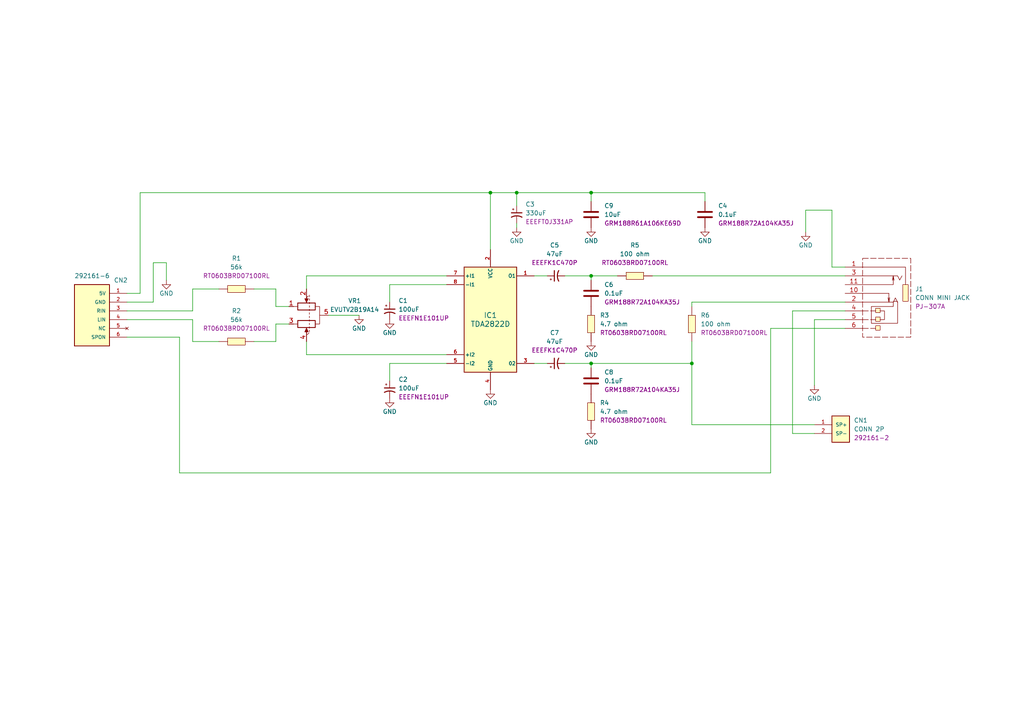
<source format=kicad_sch>
(kicad_sch (version 20230121) (generator eeschema)
  (paper "A4")
  (title_block (rev "A") (company "Retro Solutions Ltd") (comment 1 "https://www.retrosolutions.co.uk"))
  (lib_symbols
    (symbol "292161-2:292161-2" (pin_names (offset 1.016))
      (property "Reference" "CN" (at -1.27 6.35 0))
      (property "Value" "CONN 2P" (at -3.81 -5.08 0))
      (property "Manufacturer_Part_Number" "292161-2" (at 0 -6.35 0))
      (symbol "292161-2_0_0"
        (rectangle (start -2.54 5.08) (end 2.54 -2.54) (stroke (width 0.254)) (fill (type background)))
      )
      (symbol "292161-2_1_0"
        (pin passive line (at -7.62 2.54 0) (length 5.08) (name "SP+") (number "1"))
        (pin passive line (at -7.62 0 0) (length 5.08) (name "SP-") (number "2"))
      )
    )
    (symbol "292161-6:292161-6" (pin_names (offset 1.016))
      (property "Reference" "CN" (at 5.588 -8.89 0))
      (property "Value" "292161-6" (at -5.08 10.16 0))
      (symbol "292161-6_0_0"
        (rectangle (start 5.08 -8.89) (end -5.08 8.89) (stroke (width 0.254)) (fill (type background)))
      )
      (symbol "292161-6_1_0"
        (pin passive line (at 10.16 6.35 180) (length 5.08) (name "5V") (number "1"))
        (pin passive line (at 10.16 3.81 180) (length 5.08) (name "GND") (number "2"))
        (pin passive line (at 10.16 1.27 180) (length 5.08) (name "RIN") (number "3"))
        (pin passive line (at 10.16 -1.27 180) (length 5.08) (name "LIN") (number "4"))
        (pin no_connect line (at 10.16 -3.81 180) (length 5.08) (name "NC") (number "5"))
        (pin passive line (at 10.16 -6.35 180) (length 5.08) (name "SPON") (number "6"))
      )
    )
    (symbol "EEEFK1C470P:EEEFK1C470P" (pin_numbers hide) (pin_names hide)
      (property "Reference" "C" (at -1.27 6.35 0))
      (property "Value" "47uF" (at -2.54 3.81 0))
      (property "Manufacturer_Part_Number" "EEEFK1C470P" (at 8.89 -796.19 0))
      (symbol "EEEFK1C470P_0_1"
        (polyline (pts (xy -1.524 -1.27) (xy -1.524 -0.762)))
        (polyline (pts (xy -1.27 -1.016) (xy -1.778 -1.016)))
        (polyline (pts (xy -0.508 -1.524) (xy -0.508 1.524)) (stroke (width 0.3048)))
        (arc (start 0.762 1.524) (mid 0.3734 0) (end 0.762 -1.524) (stroke (width 0.3048)))
      )
      (symbol "EEEFK1C470P_1_1"
        (pin passive line (at -2.54 0 0) (length 2.032) (name "~") (number "1"))
        (pin passive line (at 2.54 0 180) (length 2.032) (name "~") (number "2"))
      )
    )
    (symbol "EEEFN1E101UP:EEEFN1E101UP" (pin_numbers hide) (pin_names hide)
      (property "Reference" "C" (at -1.27 6.35 0))
      (property "Value" "100uF" (at -2.54 3.81 0))
      (property "Manufacturer_Part_Number" "EEEFN1E101UP" (at 8.89 -796.19 0))
      (symbol "EEEFN1E101UP_0_1"
        (polyline (pts (xy -1.524 -1.27) (xy -1.524 -0.762)))
        (polyline (pts (xy -1.27 -1.016) (xy -1.778 -1.016)))
        (polyline (pts (xy -0.508 -1.524) (xy -0.508 1.524)) (stroke (width 0.3048)))
        (arc (start 0.762 1.524) (mid 0.3734 0) (end 0.762 -1.524) (stroke (width 0.3048)))
      )
      (symbol "EEEFN1E101UP_1_1"
        (pin passive line (at -2.54 0 0) (length 2.032) (name "~") (number "1"))
        (pin passive line (at 2.54 0 180) (length 2.032) (name "~") (number "2"))
      )
    )
    (symbol "EEEFT0J331AP:EEEFT0J331AP" (pin_numbers hide) (pin_names hide)
      (property "Reference" "C" (at -1.27 6.35 0))
      (property "Value" "330uF" (at -2.54 3.81 0))
      (property "Manufacturer_Part_Number" "EEEFT0J331AP" (at -6.35 -3.81 0))
      (symbol "EEEFT0J331AP_0_1"
        (polyline (pts (xy -1.524 -1.27) (xy -1.524 -0.762)))
        (polyline (pts (xy -1.27 -1.016) (xy -1.778 -1.016)))
        (polyline (pts (xy -0.508 -1.524) (xy -0.508 1.524)) (stroke (width 0.3048)))
        (arc (start 0.762 1.524) (mid 0.3734 0) (end 0.762 -1.524) (stroke (width 0.3048)))
      )
      (symbol "EEEFT0J331AP_1_1"
        (pin passive line (at -2.54 0 0) (length 2.032) (name "~") (number "1"))
        (pin passive line (at 2.54 0 180) (length 2.032) (name "~") (number "2"))
      )
    )
    (symbol "EVUTV2B19A14:EVUTV2B19A14" (pin_names (offset 1.016) hide)
      (property "Reference" "VR" (at 0 -13.97 0))
      (property "Value" "EVUTV2B19A14" (at 1.27 -11.43 0))
      (symbol "EVUTV2B19A14_0_1"
        (rectangle (start -8.89 -1.524) (end -3.81 -3.556) (stroke (width 0.254)))
        (rectangle (start -3.81 -8.636) (end -8.89 -6.604) (stroke (width 0.254)))
        (polyline (pts (xy -10.16 -7.62) (xy -8.89 -7.62)))
        (polyline (pts (xy -10.16 -2.54) (xy -8.89 -2.54)))
        (polyline (pts (xy -6.35 -10.16) (xy -6.35 -9.144)))
        (polyline (pts (xy -6.35 -10.16) (xy -6.35 -9.144)))
        (polyline (pts (xy -6.35 0) (xy -6.35 -1.016)))
        (polyline (pts (xy -6.35 0) (xy -6.35 -1.016)))
        (polyline (pts (xy -6.35 0) (xy -5.842 0.508)))
        (polyline (pts (xy -6.1337 -10.7006) (xy -5.6257 -10.1926)))
        (polyline (pts (xy -5.5094 -9.3837) (xy -5.5094 -9.8917)))
        (polyline (pts (xy -5.5094 -8.3677) (xy -5.5094 -8.8757)))
        (polyline (pts (xy -5.5094 -7.3517) (xy -5.5094 -7.8597)))
        (polyline (pts (xy -5.5094 -6.3357) (xy -5.5094 -6.8437)))
        (polyline (pts (xy -5.5094 -5.3197) (xy -5.5094 -5.8277)))
        (polyline (pts (xy -5.5094 -4.3037) (xy -5.5094 -4.8117)))
        (polyline (pts (xy -5.5094 -3.2877) (xy -5.5094 -3.7957)))
        (polyline (pts (xy -5.4928 -2.794) (xy -5.4928 -2.286)))
        (polyline (pts (xy -5.4928 -1.778) (xy -5.4928 -1.27)))
        (polyline (pts (xy -5.4928 -0.762) (xy -5.4928 -0.254)))
        (polyline (pts (xy -5.4928 0.254) (xy -5.4928 0.762)))
        (polyline (pts (xy -1.27 -5.08) (xy -2.54 -5.08)))
        (polyline (pts (xy -6.35 -8.763) (xy -5.842 -9.906) (xy -6.858 -9.906) (xy -6.35 -8.763)) (fill (type outline)))
        (polyline (pts (xy -6.35 -1.397) (xy -6.858 -0.254) (xy -5.842 -0.254) (xy -6.35 -1.397)) (fill (type outline)))
        (polyline (pts (xy -3.81 -2.54) (xy -2.54 -2.54) (xy -2.54 -5.08) (xy -2.54 -7.62) (xy -3.81 -7.62)))
      )
      (symbol "EVUTV2B19A14_1_1"
        (pin passive line (at -11.43 -2.54 0) (length 1.27) (name "1") (number "1"))
        (pin passive line (at -6.35 2.54 270) (length 2.54) (name "2") (number "2"))
        (pin passive line (at -11.43 -7.62 0) (length 1.27) (name "3") (number "3"))
        (pin passive line (at -6.35 -12.7 90) (length 2.54) (name "4") (number "4"))
        (pin passive line (at 0 -5.08 180) (length 1.27) (name "5") (number "5"))
      )
    )
    (symbol "GRM188R61A106KE69D:GRM188R61A106KE69D" (pin_numbers hide)
      (property "Reference" "C" (at 0 6.35 0))
      (property "Value" "10uF" (at 0 3.81 0))
      (property "Manufacturer_Part_Number" "GRM188R61A106KE69D" (at 0 -3.81 0))
      (symbol "GRM188R61A106KE69D_0_1"
        (polyline (pts (xy -0.762 -2.032) (xy -0.762 2.032)) (stroke (width 0.508)))
        (polyline (pts (xy 0.762 -2.032) (xy 0.762 2.032)) (stroke (width 0.508)))
      )
      (symbol "GRM188R61A106KE69D_1_1"
        (pin passive line (at -3.81 0 0) (length 2.794) (name "~") (number "1"))
        (pin passive line (at 3.81 0 180) (length 2.794) (name "~") (number "2"))
      )
    )
    (symbol "GRM188R72A104KA35J:GRM188R72A104KA35J" (pin_numbers hide) (pin_names hide)
      (property "Reference" "C" (at -1.27 6.35 0))
      (property "Value" "0.1uF" (at -2.54 3.81 0))
      (property "Manufacturer_Part_Number" "GRM188R72A104KA35J" (at 8.89 -796.19 0))
      (symbol "GRM188R72A104KA35J_0_1"
        (polyline (pts (xy -0.762 -2.032) (xy -0.762 2.032)) (stroke (width 0.508)))
        (polyline (pts (xy 0.762 -2.032) (xy 0.762 2.032)) (stroke (width 0.508)))
      )
      (symbol "GRM188R72A104KA35J_1_1"
        (pin passive line (at -3.81 0 0) (length 2.794) (name "~") (number "1"))
        (pin passive line (at 3.81 0 180) (length 2.794) (name "~") (number "2"))
      )
    )
    (symbol "PJ-307A:PJ-307A"
      (property "Reference" "J" (at 2.54 17.78 0))
      (property "Value" "CONN MINI JACK" (at 4.5479 -9.0234 0))
      (property "Manufacturer_Part_Number" "PJ-307A" (at 3.8872 -10.9548 0))
      (symbol "PJ-307A_0_1"
        (polyline (pts (xy 5.08 2.54) (xy 5.33 3.81)))
        (polyline (pts (xy 5.08 5.08) (xy -2.54 5.08)))
        (polyline (pts (xy 6.35 10.16) (xy 6.1 8.89)))
        (polyline (pts (xy -2.54 12.7) (xy 9.91 12.7) (xy 9.91 7.62)))
        (polyline (pts (xy 5.08 5.08) (xy 5.08 2.54) (xy 4.83 3.81)))
        (polyline (pts (xy -2.54 2.54) (xy 6.35 2.54) (xy 6.9599 3.7646) (xy 7.62 2.54)))
        (polyline (pts (xy -2.54 7.62) (xy 6.35 7.62) (xy 6.35 10.16) (xy 6.6 8.89)))
        (polyline (pts (xy -2.54 10.16) (xy 7.62 10.16) (xy 8.2144 8.9435) (xy 8.89 10.16)))
        (polyline (pts (xy 2.54 0) (xy 3.81 0) (xy 3.81 -2.54) (xy 2.54 -2.54)))
        (rectangle (start 1.27 -5.59) (end 2.54 -4.32) (fill (type background)))
        (rectangle (start 1.27 -3.05) (end 2.54 -1.78) (fill (type background)))
        (rectangle (start 1.27 -0.51) (end 2.54 0.76) (fill (type background)))
        (rectangle (start 9.14 2.79) (end 10.67 7.62) (fill (type background)))
      )
      (symbol "PJ-307A_1_1"
        (rectangle (start -2.54 15.24) (end 11.43 -7.62) (stroke (width 0) (type dash)))
        (polyline (pts (xy -2.54 -5.08) (xy 1.27 -5.08)))
        (polyline (pts (xy -2.54 -2.54) (xy 1.27 -2.54)))
        (polyline (pts (xy -2.54 0) (xy 1.27 0)))
        (polyline (pts (xy 7.62 2.54) (xy 7.6136 -3.5947) (xy 0.0024 -3.5979) (xy 0 1.27) (xy 6.35 1.27) (xy 6.35 2.54)))
        (arc (start 7.62 2.54) (mid 6.985 2.803) (end 6.35 2.54))
        (pin unspecified line (at -7.62 12.7 0) (length 5.08) (name "") (number "1"))
        (pin unspecified line (at -7.62 5.08 0) (length 5.08) (name "") (number "10"))
        (pin unspecified line (at -7.62 7.62 0) (length 5.08) (name "") (number "11"))
        (pin unspecified line (at -7.62 2.54 0) (length 5.08) (name "") (number "2"))
        (pin unspecified line (at -7.62 10.16 0) (length 5.08) (name "") (number "3"))
        (pin unspecified line (at -7.62 0 0) (length 5.08) (name "") (number "4"))
        (pin unspecified line (at -7.62 -2.54 0) (length 5.08) (name "") (number "5"))
        (pin unspecified line (at -7.62 -5.08 0) (length 5.08) (name "") (number "6"))
      )
    )
    (symbol "RT0603BRD07100RL:RT0603BRD07100RL" (pin_numbers hide) (pin_names hide)
      (property "Reference" "R" (at 0 5.08 0))
      (property "Value" "100 ohm" (at 0 2.54 0))
      (property "Manufacturer_Part_Number" "RT0603BRD07100RL" (at 0 -2.54 0))
      (symbol "RT0603BRD07100RL_0_1"
        (rectangle (start -2.54 1.02) (end 2.54 -1.02) (fill (type background)))
        (pin input line (at -5.08 0 0) (length 2.54) (name "1") (number "1"))
        (pin input line (at 5.08 0 180) (length 2.54) (name "2") (number "2"))
      )
    )
    (symbol "RT0603BRD074R7L:RT0603BRD074R7L" (pin_numbers hide) (pin_names hide)
      (property "Reference" "R" (at 0 5.08 0))
      (property "Value" "4.7 ohm" (at 0 2.54 0))
      (property "Manufacturer_Part_Number" "RT0603BRD07100RL" (at 0 -2.54 0))
      (symbol "RT0603BRD074R7L_0_1"
        (rectangle (start -2.54 1.02) (end 2.54 -1.02) (fill (type background)))
        (pin input line (at -5.08 0 0) (length 2.54) (name "1") (number "1"))
        (pin input line (at 5.08 0 180) (length 2.54) (name "2") (number "2"))
      )
    )
    (symbol "RT0603BRD0756KL:RT0603BRD0756KL" (pin_numbers hide) (pin_names hide)
      (property "Reference" "R" (at 0 5.08 0))
      (property "Value" "56k" (at 0 2.54 0))
      (property "Manufacturer_Part_Number" "RT0603BRD07100RL" (at 0 -2.54 0))
      (symbol "RT0603BRD0756KL_0_1"
        (rectangle (start -2.54 1.02) (end 2.54 -1.02) (fill (type background)))
        (pin input line (at -5.08 0 0) (length 2.54) (name "1") (number "1"))
        (pin input line (at 5.08 0 180) (length 2.54) (name "2") (number "2"))
      )
    )
    (symbol "TDA2882D:TDA2822D" (pin_names (offset 0.254))
      (property "Reference" "IC" (at 0 2.54 0))
      (property "Value" "TDA2822D" (at 0 0 0))
      (symbol "TDA2822D_0_0"
        (rectangle (start -7.62 16.51) (end 7.62 -13.97) (stroke (width 0.254)) (fill (type background)))
        (pin passive line (at 0 -19.05 90) (length 5.08) (name "GND") (number "4"))
      )
      (symbol "TDA2822D_1_0"
        (pin output line (at 12.7 13.97 180) (length 5.08) (name "O1") (number "1"))
        (pin power_in line (at 0 21.59 270) (length 5.08) (name "VCC") (number "2"))
        (pin output line (at 12.7 -11.43 180) (length 5.08) (name "02") (number "3"))
        (pin input line (at -12.7 -11.43 0) (length 5.08) (name "-I2") (number "5"))
        (pin input line (at -12.7 -8.89 0) (length 5.08) (name "+I2") (number "6"))
        (pin input line (at -12.7 13.97 0) (length 5.08) (name "+I1") (number "7"))
        (pin input line (at -12.7 11.43 0) (length 5.08) (name "-I1") (number "8"))
      )
    )
    (symbol "power:GND" (power) (pin_names (offset 0))
      (property "Value" "GND" (at 0 -3.81 0))
      (symbol "GND_0_1"
        (polyline (pts (xy 0 0) (xy 0 -1.27) (xy 1.27 -1.27) (xy 0 -2.54) (xy -1.27 -1.27) (xy 0 -1.27)))
      )
      (symbol "GND_1_1"
        (pin power_in line (at 0 0 270) (length 0) hide (name "GND") (number "1"))
      )
    )
  )
  (junction (at 171.45 80.01))
  (junction (at 142.24 55.88))
  (junction (at 149.86 55.88))
  (junction (at 171.45 55.88))
  (junction (at 200.66 105.41))
  (junction (at 171.45 105.41))
  (wire (pts (xy 149.86 59.69) (xy 149.86 55.88)))
  (wire (pts (xy 55.88 83.82) (xy 63.5 83.82)))
  (wire (pts (xy 163.83 105.41) (xy 171.45 105.41)))
  (wire (pts (xy 236.22 92.71) (xy 236.22 111.76)))
  (wire (pts (xy 171.45 80.01) (xy 179.07 80.01)))
  (wire (pts (xy 200.66 87.63) (xy 245.11 87.63)))
  (wire (pts (xy 245.11 77.47) (xy 241.3 77.47)))
  (wire (pts (xy 142.24 55.88) (xy 142.24 72.39)))
  (wire (pts (xy 55.88 92.71) (xy 55.88 99.06)))
  (wire (pts (xy 48.26 76.2) (xy 48.26 81.28)))
  (wire (pts (xy 171.45 58.42) (xy 171.45 55.88)))
  (wire (pts (xy 129.54 80.01) (xy 88.9 80.01)))
  (wire (pts (xy 171.45 105.41) (xy 171.45 106.68)))
  (wire (pts (xy 88.9 80.01) (xy 88.9 83.82)))
  (wire (pts (xy 200.66 99.06) (xy 200.66 105.41)))
  (wire (pts (xy 36.83 90.17) (xy 55.88 90.17)))
  (wire (pts (xy 40.64 85.09) (xy 40.64 55.88)))
  (wire (pts (xy 113.03 82.55) (xy 113.03 87.63)))
  (wire (pts (xy 80.01 99.06) (xy 73.66 99.06)))
  (wire (pts (xy 245.11 95.25) (xy 223.52 95.25)))
  (wire (pts (xy 149.86 55.88) (xy 171.45 55.88)))
  (wire (pts (xy 52.07 97.79) (xy 52.07 137.16)))
  (wire (pts (xy 83.82 93.98) (xy 80.01 93.98)))
  (wire (pts (xy 36.83 87.63) (xy 44.45 87.63)))
  (wire (pts (xy 200.66 123.19) (xy 200.66 105.41)))
  (wire (pts (xy 233.68 60.96) (xy 233.68 67.31)))
  (wire (pts (xy 200.66 88.9) (xy 200.66 87.63)))
  (wire (pts (xy 236.22 123.19) (xy 200.66 123.19)))
  (wire (pts (xy 55.88 99.06) (xy 63.5 99.06)))
  (wire (pts (xy 189.23 80.01) (xy 245.11 80.01)))
  (wire (pts (xy 154.94 80.01) (xy 158.75 80.01)))
  (wire (pts (xy 163.83 80.01) (xy 171.45 80.01)))
  (wire (pts (xy 80.01 88.9) (xy 80.01 83.82)))
  (wire (pts (xy 88.9 102.87) (xy 129.54 102.87)))
  (wire (pts (xy 36.83 92.71) (xy 55.88 92.71)))
  (wire (pts (xy 245.11 90.17) (xy 229.87 90.17)))
  (wire (pts (xy 241.3 77.47) (xy 241.3 60.96)))
  (wire (pts (xy 129.54 82.55) (xy 113.03 82.55)))
  (wire (pts (xy 40.64 85.09) (xy 36.83 85.09)))
  (wire (pts (xy 245.11 92.71) (xy 236.22 92.71)))
  (wire (pts (xy 171.45 80.01) (xy 171.45 81.28)))
  (wire (pts (xy 223.52 95.25) (xy 223.52 137.16)))
  (wire (pts (xy 83.82 88.9) (xy 80.01 88.9)))
  (wire (pts (xy 229.87 90.17) (xy 229.87 125.73)))
  (wire (pts (xy 36.83 97.79) (xy 52.07 97.79)))
  (wire (pts (xy 154.94 105.41) (xy 158.75 105.41)))
  (wire (pts (xy 129.54 105.41) (xy 113.03 105.41)))
  (wire (pts (xy 113.03 105.41) (xy 113.03 110.49)))
  (wire (pts (xy 88.9 99.06) (xy 88.9 102.87)))
  (wire (pts (xy 55.88 90.17) (xy 55.88 83.82)))
  (wire (pts (xy 104.14 91.44) (xy 95.25 91.44)))
  (wire (pts (xy 44.45 76.2) (xy 48.26 76.2)))
  (wire (pts (xy 229.87 125.73) (xy 236.22 125.73)))
  (wire (pts (xy 80.01 93.98) (xy 80.01 99.06)))
  (wire (pts (xy 44.45 87.63) (xy 44.45 76.2)))
  (wire (pts (xy 241.3 60.96) (xy 233.68 60.96)))
  (wire (pts (xy 149.86 55.88) (xy 142.24 55.88)))
  (wire (pts (xy 223.52 137.16) (xy 52.07 137.16)))
  (wire (pts (xy 200.66 105.41) (xy 171.45 105.41)))
  (wire (pts (xy 149.86 66.04) (xy 149.86 64.77)))
  (wire (pts (xy 204.47 55.88) (xy 204.47 58.42)))
  (wire (pts (xy 171.45 55.88) (xy 204.47 55.88)))
  (wire (pts (xy 80.01 83.82) (xy 73.66 83.82)))
  (wire (pts (xy 40.64 55.88) (xy 142.24 55.88)))
  (symbol (lib_id "power:GND") (at 48.26 81.28 0) (unit 1)
    (property "Reference" "#PWR08" (effects hide))
    (property "Value" "GND" (at 48.26 85.09 0))
  )
  (symbol (lib_id "TDA2882D:TDA2822D") (at 142.24 93.98 0) (unit 1)
    (property "Reference" "IC1" (at 142.24 91.44 0) (effects (font (size 1.524 1.524))))
    (property "Value" "TDA2822D" (at 142.24 93.98 0) (effects (font (size 1.524 1.524))))
    (property "Footprint" "Sega GameGear Audio Board Original:TDA2822D" (effects hide))
  )
  (symbol (lib_id "292161-6:292161-6") (at 26.67 91.44 0) (unit 1)
    (property "Reference" "CN2" (at 33.02 81.28 0) (effects (justify left)))
    (property "Value" "292161-6" (at 21.59 80.01 0) (effects (justify left)))
    (property "Footprint" "Sega GameGear Audio Board Original:292161-6" (effects hide))
  )
  (symbol (lib_id "power:GND") (at 142.24 113.03 0) (unit 1)
    (property "Reference" "#PWR03" (effects hide))
    (property "Value" "GND" (at 142.24 116.84 0))
  )
  (symbol (lib_id "power:GND") (at 236.22 111.76 0) (unit 1)
    (property "Reference" "#PWR07" (effects hide))
    (property "Value" "GND" (at 236.22 115.57 0))
  )
  (symbol (lib_id "GRM188R72A104KA35J:GRM188R72A104KA35J") (at 171.45 85.09 90) (unit 1)
    (property "Reference" "C6" (at 175.26 82.55 90) (effects (justify right)))
    (property "Value" "0.1uF" (at 175.26 85.09 90) (effects (justify right)))
    (property "Footprint" "Sega GameGear Audio Board Original:C0603" (effects hide))
    (property "Datasheet" "http://componentsearchengine.com/Datasheets/1/GRM188R72A104KA35J.pdf" (effects hide))
    (property "Height" "0.9" (effects hide))
    (property "Manufacturer_Name" "Murata Electronics" (effects hide))
    (property "Manufacturer_Part_Number" "GRM188R72A104KA35J" (at 175.26 87.63 90) (effects (justify right)))
  )
  (symbol (lib_id "RT0603BRD074R7L:RT0603BRD074R7L") (at 171.45 93.98 90) (unit 1)
    (property "Reference" "R3" (at 173.99 91.44 90) (effects (justify right)))
    (property "Value" "4.7 ohm" (at 173.99 93.98 90) (effects (justify right)))
    (property "Footprint" "Sega GameGear Audio Board Original:R0603" (effects hide))
    (property "Datasheet" "https://lcsc.com/product-detail/High-Precision-Low-TCR-SMD-Resistors_100R-100R-0-1-25ppm-0C_C122970.html" (effects hide))
    (property "LCSC Part" "C861448" (effects hide))
    (property "Manufacturer_Part_Number" "RT0603BRD07100RL" (at 173.99 96.52 90) (effects (justify right)))
  )
  (symbol (lib_id "RT0603BRD0756KL:RT0603BRD0756KL") (at 68.58 83.82 0) (unit 1)
    (property "Reference" "R1" (at 68.58 74.93 0))
    (property "Value" "56k" (at 68.58 77.47 0))
    (property "Footprint" "Sega GameGear Audio Board Original:R0603" (effects hide))
    (property "Datasheet" "https://lcsc.com/product-detail/High-Precision-Low-TCR-SMD-Resistors_100R-100R-0-1-25ppm-0C_C122970.html" (effects hide))
    (property "LCSC Part" "C705785" (effects hide))
    (property "Manufacturer_Part_Number" "RT0603BRD07100RL" (at 68.58 80.01 0))
  )
  (symbol (lib_id "RT0603BRD0756KL:RT0603BRD0756KL") (at 68.58 99.06 0) (unit 1)
    (property "Reference" "R2" (at 68.58 90.17 0))
    (property "Value" "56k" (at 68.58 92.71 0))
    (property "Footprint" "Sega GameGear Audio Board Original:R0603" (effects hide))
    (property "Datasheet" "https://lcsc.com/product-detail/High-Precision-Low-TCR-SMD-Resistors_100R-100R-0-1-25ppm-0C_C122970.html" (effects hide))
    (property "LCSC Part" "C705785" (effects hide))
    (property "Manufacturer_Part_Number" "RT0603BRD07100RL" (at 68.58 95.25 0))
  )
  (symbol (lib_id "power:GND") (at 113.03 115.57 0) (unit 1)
    (property "Reference" "#PWR02" (effects hide))
    (property "Value" "GND" (at 113.03 119.38 0))
  )
  (symbol (lib_id "EEEFK1C470P:EEEFK1C470P") (at 161.29 80.01 0) (unit 1)
    (property "Reference" "C5" (at 160.8582 71.12 0))
    (property "Value" "47uF" (at 160.8582 73.66 0))
    (property "Footprint" "Sega GameGear Audio Board Original:C63D" (effects hide))
    (property "Datasheet" "http://industrial.panasonic.com/cdbs/www-data/pdf/RDE0000/ABA0000C1181.pdf" (effects hide))
    (property "Height" "7.8" (effects hide))
    (property "Manufacturer_Name" "Panasonic" (effects hide))
    (property "Manufacturer_Part_Number" "EEEFK1C470P" (at 160.8582 76.2 0))
  )
  (symbol (lib_id "power:GND") (at 204.47 66.04 0) (unit 1)
    (property "Reference" "#PWR012" (effects hide))
    (property "Value" "GND" (at 204.47 69.85 0))
  )
  (symbol (lib_id "power:GND") (at 171.45 124.46 0) (unit 1)
    (property "Reference" "#PWR05" (effects hide))
    (property "Value" "GND" (at 171.45 128.27 0))
  )
  (symbol (lib_id "GRM188R72A104KA35J:GRM188R72A104KA35J") (at 204.47 62.23 90) (unit 1)
    (property "Reference" "C4" (at 208.28 59.69 90) (effects (justify right)))
    (property "Value" "0.1uF" (at 208.28 62.23 90) (effects (justify right)))
    (property "Footprint" "Sega GameGear Audio Board Original:C0603" (effects hide))
    (property "Datasheet" "http://componentsearchengine.com/Datasheets/1/GRM188R72A104KA35J.pdf" (effects hide))
    (property "Height" "0.9" (effects hide))
    (property "Manufacturer_Name" "Murata Electronics" (effects hide))
    (property "Manufacturer_Part_Number" "GRM188R72A104KA35J" (at 208.28 64.77 90) (effects (justify right)))
  )
  (symbol (lib_id "power:GND") (at 171.45 99.06 0) (unit 1)
    (property "Reference" "#PWR04" (effects hide))
    (property "Value" "GND" (at 171.45 102.87 0))
  )
  (symbol (lib_id "power:GND") (at 104.14 91.44 0) (unit 1)
    (property "Reference" "#PWR06" (effects hide))
    (property "Value" "GND" (at 104.14 95.25 0))
  )
  (symbol (lib_id "GRM188R72A104KA35J:GRM188R72A104KA35J") (at 171.45 110.49 90) (unit 1)
    (property "Reference" "C8" (at 175.26 107.95 90) (effects (justify right)))
    (property "Value" "0.1uF" (at 175.26 110.49 90) (effects (justify right)))
    (property "Footprint" "Sega GameGear Audio Board Original:C0603" (effects hide))
    (property "Datasheet" "http://componentsearchengine.com/Datasheets/1/GRM188R72A104KA35J.pdf" (effects hide))
    (property "Height" "0.9" (effects hide))
    (property "Manufacturer_Name" "Murata Electronics" (effects hide))
    (property "Manufacturer_Part_Number" "GRM188R72A104KA35J" (at 175.26 113.03 90) (effects (justify right)))
  )
  (symbol (lib_id "power:GND") (at 171.45 66.04 0) (unit 1)
    (property "Reference" "#PWR011" (effects hide))
    (property "Value" "GND" (at 171.45 69.85 0))
  )
  (symbol (lib_id "EVUTV2B19A14:EVUTV2B19A14") (at 95.25 86.36 0) (unit 1)
    (property "Reference" "VR1" (at 102.87 87.2491 0))
    (property "Value" "EVUTV2B19A14" (at 102.87 89.7891 0))
    (property "Footprint" "Sega GameGear Audio Board Original:EVUTV2B19A14" (effects hide))
  )
  (symbol (lib_id "RT0603BRD07100RL:RT0603BRD07100RL") (at 200.66 93.98 90) (unit 1)
    (property "Reference" "R6" (at 203.2 91.44 90) (effects (justify right)))
    (property "Value" "100 ohm" (at 203.2 93.98 90) (effects (justify right)))
    (property "Footprint" "Sega GameGear Audio Board Original:R0603" (effects hide))
    (property "Datasheet" "https://lcsc.com/product-detail/High-Precision-Low-TCR-SMD-Resistors_100R-100R-0-1-25ppm-0C_C122970.html" (effects hide))
    (property "LCSC Part" "C122970" (effects hide))
    (property "Manufacturer_Part_Number" "RT0603BRD07100RL" (at 203.2 96.52 90) (effects (justify right)))
  )
  (symbol (lib_id "PJ-307A:PJ-307A") (at 252.73 90.17 0) (unit 1)
    (property "Reference" "J1" (at 265.43 83.82 0) (effects (justify left)))
    (property "Value" "CONN MINI JACK" (at 265.43 86.36 0) (effects (justify left)))
    (property "Footprint" "Sega GameGear Audio Board Original:PJ-307A" (effects hide))
    (property "Manufacturer_Part_Number" "PJ-307A" (at 265.43 88.9 0) (effects (justify left)))
  )
  (symbol (lib_id "EEEFT0J331AP:EEEFT0J331AP") (at 149.86 62.23 270) (unit 1)
    (property "Reference" "C3" (at 152.4 59.2582 90) (effects (justify left)))
    (property "Value" "330uF" (at 152.4 61.7982 90) (effects (justify left)))
    (property "Footprint" "Sega GameGear Audio Board Original:C63D" (effects hide))
    (property "Datasheet" "http://industrial.panasonic.com/cdbs/www-data/pdf/RDE0000/ABA0000C1240.pdf" (effects hide))
    (property "Height" "7.8" (effects hide))
    (property "Manufacturer_Name" "Panasonic" (effects hide))
    (property "Manufacturer_Part_Number" "EEEFT0J331AP" (at 152.4 64.3382 90) (effects (justify left)))
  )
  (symbol (lib_id "EEEFN1E101UP:EEEFN1E101UP") (at 113.03 90.17 270) (unit 1)
    (property "Reference" "C1" (at 115.57 87.1982 90) (effects (justify left)))
    (property "Value" "100uF" (at 115.57 89.7382 90) (effects (justify left)))
    (property "Footprint" "Sega GameGear Audio Board Original:C63D" (effects hide))
    (property "Datasheet" "http://industrial.panasonic.com/cdbs/www-data/pdf/RDE0000/RDE0000C1259.pdf" (effects hide))
    (property "Height" "7.8" (effects hide))
    (property "Manufacturer_Name" "Panasonic" (effects hide))
    (property "Manufacturer_Part_Number" "EEEFN1E101UP" (at 115.57 92.2782 90) (effects (justify left)))
  )
  (symbol (lib_id "RT0603BRD07100RL:RT0603BRD07100RL") (at 184.15 80.01 0) (unit 1)
    (property "Reference" "R5" (at 184.15 71.12 0))
    (property "Value" "100 ohm" (at 184.15 73.66 0))
    (property "Footprint" "Sega GameGear Audio Board Original:R0603" (effects hide))
    (property "Datasheet" "https://lcsc.com/product-detail/High-Precision-Low-TCR-SMD-Resistors_100R-100R-0-1-25ppm-0C_C122970.html" (effects hide))
    (property "LCSC Part" "C122970" (effects hide))
    (property "Manufacturer_Part_Number" "RT0603BRD07100RL" (at 184.15 76.2 0))
  )
  (symbol (lib_id "EEEFK1C470P:EEEFK1C470P") (at 161.29 105.41 0) (unit 1)
    (property "Reference" "C7" (at 160.8582 96.52 0))
    (property "Value" "47uF" (at 160.8582 99.06 0))
    (property "Footprint" "Sega GameGear Audio Board Original:C63D" (effects hide))
    (property "Datasheet" "http://industrial.panasonic.com/cdbs/www-data/pdf/RDE0000/ABA0000C1181.pdf" (effects hide))
    (property "Height" "7.8" (effects hide))
    (property "Manufacturer_Name" "Panasonic" (effects hide))
    (property "Manufacturer_Part_Number" "EEEFK1C470P" (at 160.8582 101.6 0))
  )
  (symbol (lib_id "power:GND") (at 113.03 92.71 0) (unit 1)
    (property "Reference" "#PWR01" (effects hide))
    (property "Value" "GND" (at 113.03 96.52 0))
  )
  (symbol (lib_id "GRM188R61A106KE69D:GRM188R61A106KE69D") (at 171.45 62.23 90) (unit 1)
    (property "Reference" "C9" (at 175.26 59.69 90) (effects (justify right)))
    (property "Value" "10uF" (at 175.26 62.23 90) (effects (justify right)))
    (property "Footprint" "Sega GameGear Audio Board Original:C0603" (effects hide))
    (property "Datasheet" "https://lcsc.com/product-detail/Multilayer-Ceramic-Capacitors-MLCC-SMD-SMT_muRata_GRM188R61A106KE69D_10uF-106-10-10V_C77044.html" (effects hide))
    (property "LCSC Part" "C77044" (effects hide))
    (property "Manufacturer_Part_Number" "GRM188R61A106KE69D" (at 175.26 64.77 90) (effects (justify right)))
  )
  (symbol (lib_id "RT0603BRD074R7L:RT0603BRD074R7L") (at 171.45 119.38 90) (unit 1)
    (property "Reference" "R4" (at 173.99 116.84 90) (effects (justify right)))
    (property "Value" "4.7 ohm" (at 173.99 119.38 90) (effects (justify right)))
    (property "Footprint" "Sega GameGear Audio Board Original:R0603" (effects hide))
    (property "Datasheet" "https://lcsc.com/product-detail/High-Precision-Low-TCR-SMD-Resistors_100R-100R-0-1-25ppm-0C_C122970.html" (effects hide))
    (property "LCSC Part" "C861448" (effects hide))
    (property "Manufacturer_Part_Number" "RT0603BRD07100RL" (at 173.99 121.92 90) (effects (justify right)))
  )
  (symbol (lib_id "292161-2:292161-2") (at 243.84 125.73 0) (unit 1)
    (property "Reference" "CN1" (at 247.65 121.92 0) (effects (justify left)))
    (property "Value" "CONN 2P" (at 247.65 124.46 0) (effects (justify left)))
    (property "Footprint" "Sega GameGear Audio Board Original:292161-2" (effects hide))
    (property "Manufacturer_Part_Number" "292161-2" (at 247.65 127 0) (effects (justify left)))
  )
  (symbol (lib_id "EEEFN1E101UP:EEEFN1E101UP") (at 113.03 113.03 270) (unit 1)
    (property "Reference" "C2" (at 115.57 110.0582 90) (effects (justify left)))
    (property "Value" "100uF" (at 115.57 112.5982 90) (effects (justify left)))
    (property "Footprint" "Sega GameGear Audio Board Original:C63D" (effects hide))
    (property "Datasheet" "http://industrial.panasonic.com/cdbs/www-data/pdf/RDE0000/RDE0000C1259.pdf" (effects hide))
    (property "Height" "7.8" (effects hide))
    (property "Manufacturer_Name" "Panasonic" (effects hide))
    (property "Manufacturer_Part_Number" "EEEFN1E101UP" (at 115.57 115.1382 90) (effects (justify left)))
  )
  (symbol (lib_id "power:GND") (at 149.86 66.04 0) (unit 1)
    (property "Reference" "#PWR013" (effects hide))
    (property "Value" "GND" (at 149.86 69.85 0))
  )
  (symbol (lib_id "power:GND") (at 233.68 67.31 0) (unit 1)
    (property "Reference" "#PWR010" (effects hide))
    (property "Value" "GND" (at 233.68 71.12 0))
  )
)
</source>
